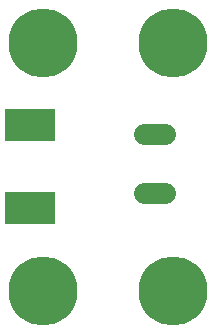
<source format=gbr>
G04 EAGLE Gerber RS-274X export*
G75*
%MOMM*%
%FSLAX34Y34*%
%LPD*%
%INBottom Copper*%
%IPPOS*%
%AMOC8*
5,1,8,0,0,1.08239X$1,22.5*%
G01*
%ADD10R,4.191000X2.667000*%
%ADD11C,1.790700*%
%ADD12C,5.842000*%


D10*
X33854Y115054D03*
X33854Y184946D03*
D11*
X130747Y177400D02*
X148654Y177400D01*
X148654Y127400D02*
X130747Y127400D01*
D12*
X45000Y45000D03*
X45000Y255000D03*
X155000Y255000D03*
X155000Y45000D03*
M02*

</source>
